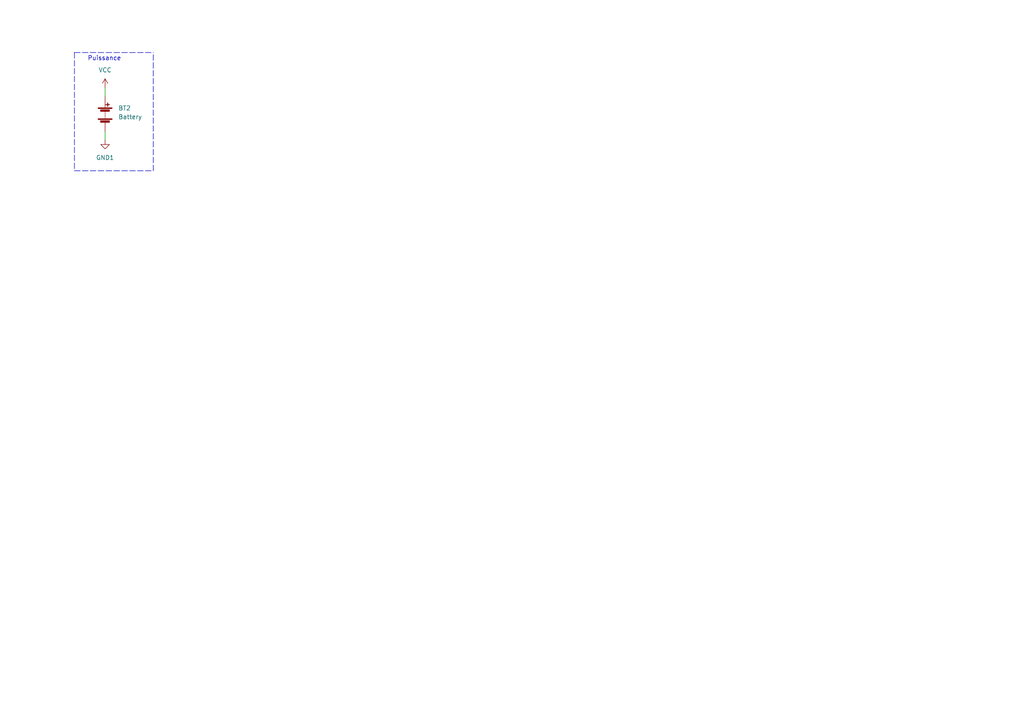
<source format=kicad_sch>
(kicad_sch (version 20211123) (generator eeschema)

  (uuid 3c6ea246-ad16-48cb-9e9e-b32d7c3996a2)

  (paper "A4")

  (title_block
    (title "Telecomande Char ")
    (date "23/09/23")
    (rev "1")
    (company "Kosa-Ivasca Patrick")
  )

  (lib_symbols
    (symbol "Device:Battery" (pin_numbers hide) (pin_names (offset 0) hide) (in_bom yes) (on_board yes)
      (property "Reference" "BT" (id 0) (at 2.54 2.54 0)
        (effects (font (size 1.27 1.27)) (justify left))
      )
      (property "Value" "Battery" (id 1) (at 2.54 0 0)
        (effects (font (size 1.27 1.27)) (justify left))
      )
      (property "Footprint" "" (id 2) (at 0 1.524 90)
        (effects (font (size 1.27 1.27)) hide)
      )
      (property "Datasheet" "~" (id 3) (at 0 1.524 90)
        (effects (font (size 1.27 1.27)) hide)
      )
      (property "ki_keywords" "batt voltage-source cell" (id 4) (at 0 0 0)
        (effects (font (size 1.27 1.27)) hide)
      )
      (property "ki_description" "Multiple-cell battery" (id 5) (at 0 0 0)
        (effects (font (size 1.27 1.27)) hide)
      )
      (symbol "Battery_0_1"
        (rectangle (start -2.032 -1.397) (end 2.032 -1.651)
          (stroke (width 0) (type default) (color 0 0 0 0))
          (fill (type outline))
        )
        (rectangle (start -2.032 1.778) (end 2.032 1.524)
          (stroke (width 0) (type default) (color 0 0 0 0))
          (fill (type outline))
        )
        (rectangle (start -1.3208 -1.9812) (end 1.27 -2.4892)
          (stroke (width 0) (type default) (color 0 0 0 0))
          (fill (type outline))
        )
        (rectangle (start -1.3208 1.1938) (end 1.27 0.6858)
          (stroke (width 0) (type default) (color 0 0 0 0))
          (fill (type outline))
        )
        (polyline
          (pts
            (xy 0 -1.524)
            (xy 0 -1.27)
          )
          (stroke (width 0) (type default) (color 0 0 0 0))
          (fill (type none))
        )
        (polyline
          (pts
            (xy 0 -1.016)
            (xy 0 -0.762)
          )
          (stroke (width 0) (type default) (color 0 0 0 0))
          (fill (type none))
        )
        (polyline
          (pts
            (xy 0 -0.508)
            (xy 0 -0.254)
          )
          (stroke (width 0) (type default) (color 0 0 0 0))
          (fill (type none))
        )
        (polyline
          (pts
            (xy 0 0)
            (xy 0 0.254)
          )
          (stroke (width 0) (type default) (color 0 0 0 0))
          (fill (type none))
        )
        (polyline
          (pts
            (xy 0 0.508)
            (xy 0 0.762)
          )
          (stroke (width 0) (type default) (color 0 0 0 0))
          (fill (type none))
        )
        (polyline
          (pts
            (xy 0 1.778)
            (xy 0 2.54)
          )
          (stroke (width 0) (type default) (color 0 0 0 0))
          (fill (type none))
        )
        (polyline
          (pts
            (xy 0.254 2.667)
            (xy 1.27 2.667)
          )
          (stroke (width 0.254) (type default) (color 0 0 0 0))
          (fill (type none))
        )
        (polyline
          (pts
            (xy 0.762 3.175)
            (xy 0.762 2.159)
          )
          (stroke (width 0.254) (type default) (color 0 0 0 0))
          (fill (type none))
        )
      )
      (symbol "Battery_1_1"
        (pin passive line (at 0 5.08 270) (length 2.54)
          (name "+" (effects (font (size 1.27 1.27))))
          (number "1" (effects (font (size 1.27 1.27))))
        )
        (pin passive line (at 0 -5.08 90) (length 2.54)
          (name "-" (effects (font (size 1.27 1.27))))
          (number "2" (effects (font (size 1.27 1.27))))
        )
      )
    )
    (symbol "power:GND1" (power) (pin_names (offset 0)) (in_bom yes) (on_board yes)
      (property "Reference" "#PWR" (id 0) (at 0 -6.35 0)
        (effects (font (size 1.27 1.27)) hide)
      )
      (property "Value" "GND1" (id 1) (at 0 -3.81 0)
        (effects (font (size 1.27 1.27)))
      )
      (property "Footprint" "" (id 2) (at 0 0 0)
        (effects (font (size 1.27 1.27)) hide)
      )
      (property "Datasheet" "" (id 3) (at 0 0 0)
        (effects (font (size 1.27 1.27)) hide)
      )
      (property "ki_keywords" "power-flag" (id 4) (at 0 0 0)
        (effects (font (size 1.27 1.27)) hide)
      )
      (property "ki_description" "Power symbol creates a global label with name \"GND1\" , ground" (id 5) (at 0 0 0)
        (effects (font (size 1.27 1.27)) hide)
      )
      (symbol "GND1_0_1"
        (polyline
          (pts
            (xy 0 0)
            (xy 0 -1.27)
            (xy 1.27 -1.27)
            (xy 0 -2.54)
            (xy -1.27 -1.27)
            (xy 0 -1.27)
          )
          (stroke (width 0) (type default) (color 0 0 0 0))
          (fill (type none))
        )
      )
      (symbol "GND1_1_1"
        (pin power_in line (at 0 0 270) (length 0) hide
          (name "GND1" (effects (font (size 1.27 1.27))))
          (number "1" (effects (font (size 1.27 1.27))))
        )
      )
    )
    (symbol "power:VCC" (power) (pin_names (offset 0)) (in_bom yes) (on_board yes)
      (property "Reference" "#PWR" (id 0) (at 0 -3.81 0)
        (effects (font (size 1.27 1.27)) hide)
      )
      (property "Value" "VCC" (id 1) (at 0 3.81 0)
        (effects (font (size 1.27 1.27)))
      )
      (property "Footprint" "" (id 2) (at 0 0 0)
        (effects (font (size 1.27 1.27)) hide)
      )
      (property "Datasheet" "" (id 3) (at 0 0 0)
        (effects (font (size 1.27 1.27)) hide)
      )
      (property "ki_keywords" "power-flag" (id 4) (at 0 0 0)
        (effects (font (size 1.27 1.27)) hide)
      )
      (property "ki_description" "Power symbol creates a global label with name \"VCC\"" (id 5) (at 0 0 0)
        (effects (font (size 1.27 1.27)) hide)
      )
      (symbol "VCC_0_1"
        (polyline
          (pts
            (xy -0.762 1.27)
            (xy 0 2.54)
          )
          (stroke (width 0) (type default) (color 0 0 0 0))
          (fill (type none))
        )
        (polyline
          (pts
            (xy 0 0)
            (xy 0 2.54)
          )
          (stroke (width 0) (type default) (color 0 0 0 0))
          (fill (type none))
        )
        (polyline
          (pts
            (xy 0 2.54)
            (xy 0.762 1.27)
          )
          (stroke (width 0) (type default) (color 0 0 0 0))
          (fill (type none))
        )
      )
      (symbol "VCC_1_1"
        (pin power_in line (at 0 0 90) (length 0) hide
          (name "VCC" (effects (font (size 1.27 1.27))))
          (number "1" (effects (font (size 1.27 1.27))))
        )
      )
    )
  )


  (polyline (pts (xy 44.45 49.53) (xy 44.45 15.24))
    (stroke (width 0) (type default) (color 0 0 0 0))
    (uuid 0afe1a40-83f8-4100-93fe-6eb3d1d40188)
  )
  (polyline (pts (xy 21.59 15.24) (xy 44.45 15.24))
    (stroke (width 0) (type default) (color 0 0 0 0))
    (uuid 344b85fa-47e2-4878-8b9d-0c7834f28410)
  )
  (polyline (pts (xy 21.59 49.53) (xy 44.45 49.53))
    (stroke (width 0) (type default) (color 0 0 0 0))
    (uuid 9e334b68-35d6-4bb9-95a0-ef3ced62685b)
  )

  (wire (pts (xy 30.48 25.4) (xy 30.48 27.94))
    (stroke (width 0) (type default) (color 0 0 0 0))
    (uuid ae2c4fa3-9ad5-4af1-b67c-db62731801fb)
  )
  (polyline (pts (xy 21.59 15.24) (xy 21.59 49.53))
    (stroke (width 0) (type default) (color 0 0 0 0))
    (uuid bb8497fa-63d4-4928-bd72-70a97b5ee3f8)
  )

  (wire (pts (xy 30.48 38.1) (xy 30.48 40.64))
    (stroke (width 0) (type default) (color 0 0 0 0))
    (uuid f5dcd16a-c211-42cc-9ac9-3a142f81b820)
  )

  (text "Puissance \n" (at 25.4 17.78 0)
    (effects (font (size 1.27 1.27)) (justify left bottom))
    (uuid cb92f87b-416e-413b-9df6-d2e8b32d213f)
  )

  (symbol (lib_id "power:GND1") (at 30.48 40.64 0) (unit 1)
    (in_bom yes) (on_board yes) (fields_autoplaced)
    (uuid 0012ce42-114a-4c2c-8ea2-e83722e60fce)
    (property "Reference" "#PWR010" (id 0) (at 30.48 46.99 0)
      (effects (font (size 1.27 1.27)) hide)
    )
    (property "Value" "GND1" (id 1) (at 30.48 45.72 0))
    (property "Footprint" "" (id 2) (at 30.48 40.64 0)
      (effects (font (size 1.27 1.27)) hide)
    )
    (property "Datasheet" "" (id 3) (at 30.48 40.64 0)
      (effects (font (size 1.27 1.27)) hide)
    )
    (pin "1" (uuid f1ab90ae-6cf0-44db-a585-42e120276825))
  )

  (symbol (lib_id "power:VCC") (at 30.48 25.4 0) (unit 1)
    (in_bom yes) (on_board yes) (fields_autoplaced)
    (uuid 323f6753-5f53-4b34-a75c-9e3e31af934b)
    (property "Reference" "#PWR09" (id 0) (at 30.48 29.21 0)
      (effects (font (size 1.27 1.27)) hide)
    )
    (property "Value" "VCC" (id 1) (at 30.48 20.32 0))
    (property "Footprint" "" (id 2) (at 30.48 25.4 0)
      (effects (font (size 1.27 1.27)) hide)
    )
    (property "Datasheet" "" (id 3) (at 30.48 25.4 0)
      (effects (font (size 1.27 1.27)) hide)
    )
    (pin "1" (uuid cff863da-fb53-4ec2-958d-3aa43a46dab0))
  )

  (symbol (lib_id "Device:Battery") (at 30.48 33.02 0) (unit 1)
    (in_bom yes) (on_board yes) (fields_autoplaced)
    (uuid 8f3b7e4c-a4c9-4aa4-a273-238c6ac8d904)
    (property "Reference" "BT2" (id 0) (at 34.29 31.3689 0)
      (effects (font (size 1.27 1.27)) (justify left))
    )
    (property "Value" "Battery" (id 1) (at 34.29 33.9089 0)
      (effects (font (size 1.27 1.27)) (justify left))
    )
    (property "Footprint" "" (id 2) (at 30.48 31.496 90)
      (effects (font (size 1.27 1.27)) hide)
    )
    (property "Datasheet" "~" (id 3) (at 30.48 31.496 90)
      (effects (font (size 1.27 1.27)) hide)
    )
    (pin "1" (uuid da4d71c5-7e84-4deb-92e0-6a37983bf922))
    (pin "2" (uuid 1b2a141e-9dcf-4703-89a7-f2845c0b3e68))
  )
)

</source>
